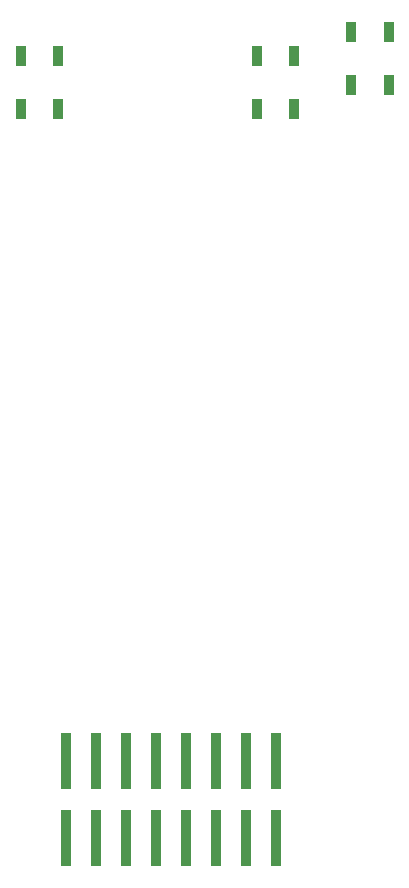
<source format=gbp>
%FSLAX33Y33*%
%MOMM*%
%AMRect-W820710-H1670710-RO1.000*
21,1,0.82071,1.67071,0.,0.,180*%
%AMRect-W4800000-H890000-RO0.500*
21,1,4.8,0.89,0.,0.,270*%
%ADD10Rect-W820710-H1670710-RO1.000*%
%ADD11Rect-W4800000-H890000-RO0.500*%
D10*
%LNbottom paste_traces*%
%LNbottom paste component 5223292f9ca4fa3a*%
G01*
X10075Y76000D03*
X6925Y76000D03*
%LNbottom paste component df5c0e0204abdff7*%
X30075Y80500D03*
X26925Y80500D03*
%LNbottom paste component 450d204d92aa958c*%
X38075Y78000D03*
X34925Y78000D03*
%LNbottom paste component fcc7330a5c04ed33*%
X10075Y80500D03*
X6925Y80500D03*
%LNbottom paste component 666c8ae4d6e5a330*%
D11*
X10760Y20750D03*
X13300Y20750D03*
X15840Y20750D03*
X18380Y20750D03*
X20920Y20750D03*
X23460Y20750D03*
X26000Y20750D03*
X28540Y20750D03*
X28540Y14250D03*
X26000Y14250D03*
X23460Y14250D03*
X20920Y14250D03*
X18380Y14250D03*
X15840Y14250D03*
X13300Y14250D03*
X10760Y14250D03*
%LNbottom paste component ec5c1160eed49731*%
D10*
X38075Y82500D03*
X34925Y82500D03*
%LNbottom paste component c93e3f70910718a6*%
X30075Y76000D03*
X26925Y76000D03*
M02*
</source>
